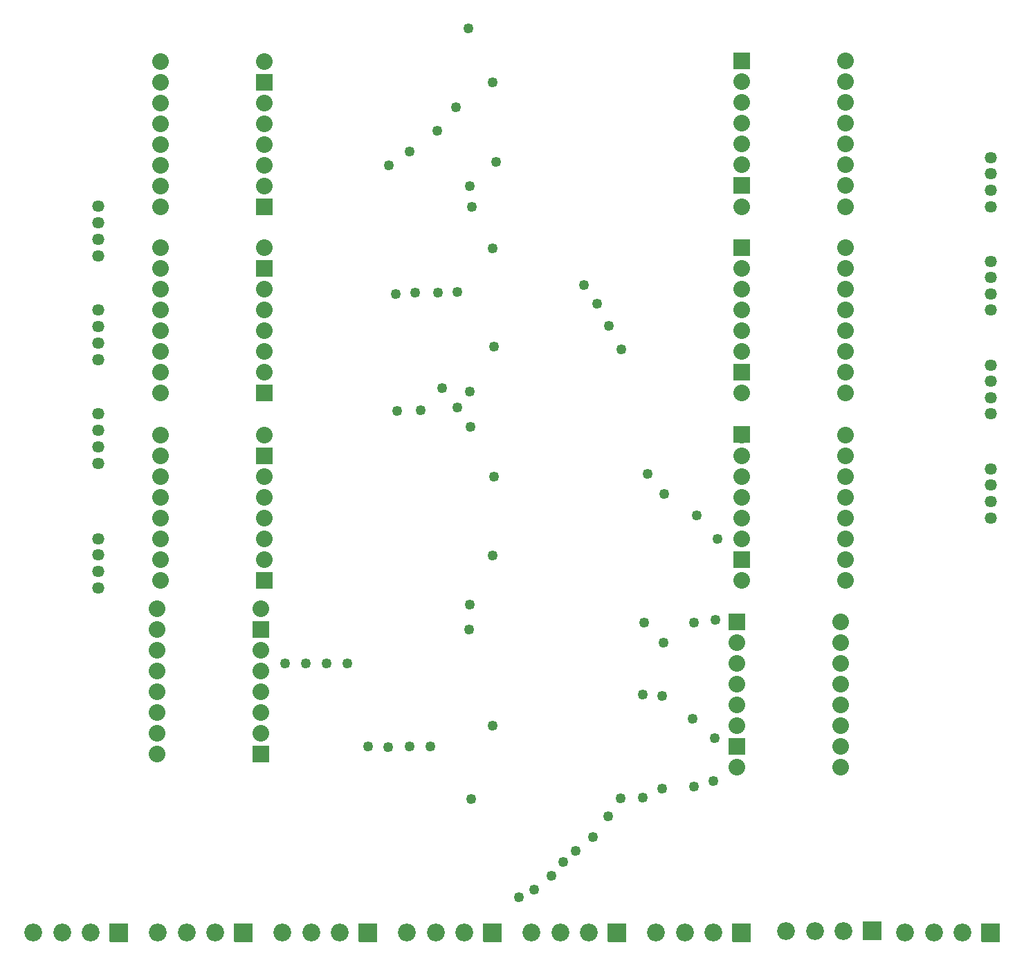
<source format=gts>
G04 MADE WITH FRITZING*
G04 WWW.FRITZING.ORG*
G04 DOUBLE SIDED*
G04 HOLES PLATED*
G04 CONTOUR ON CENTER OF CONTOUR VECTOR*
%ASAXBY*%
%FSLAX23Y23*%
%MOIN*%
%OFA0B0*%
%SFA1.0B1.0*%
%ADD10C,0.057559*%
%ADD11C,0.086139*%
%ADD12C,0.080000*%
%ADD13C,0.049370*%
%ADD14R,0.080000X0.080000*%
%ADD15R,0.001000X0.001000*%
%LNMASK1*%
G90*
G70*
G54D10*
X453Y4094D03*
X453Y4015D03*
X453Y3936D03*
X453Y3857D03*
X453Y4094D03*
X453Y4015D03*
X453Y3936D03*
X453Y3857D03*
X453Y4094D03*
X453Y4015D03*
X453Y3936D03*
X453Y3857D03*
G54D11*
X2353Y594D03*
X2216Y594D03*
X2078Y594D03*
X1940Y594D03*
X2353Y594D03*
X2216Y594D03*
X2078Y594D03*
X1940Y594D03*
G54D12*
X753Y3894D03*
X1253Y3894D03*
X753Y3794D03*
X1253Y3794D03*
X753Y3694D03*
X1253Y3694D03*
X753Y3594D03*
X1253Y3594D03*
X753Y3494D03*
X1253Y3494D03*
X753Y3394D03*
X1253Y3394D03*
X753Y3294D03*
X1253Y3294D03*
X753Y3194D03*
X1253Y3194D03*
G54D10*
X453Y3594D03*
X453Y3515D03*
X453Y3436D03*
X453Y3357D03*
X453Y3594D03*
X453Y3515D03*
X453Y3436D03*
X453Y3357D03*
X453Y3594D03*
X453Y3515D03*
X453Y3436D03*
X453Y3357D03*
G54D11*
X1753Y594D03*
X1616Y594D03*
X1478Y594D03*
X1340Y594D03*
X1753Y594D03*
X1616Y594D03*
X1478Y594D03*
X1340Y594D03*
G54D12*
X4053Y3194D03*
X3553Y3194D03*
X4053Y3294D03*
X3553Y3294D03*
X4053Y3394D03*
X3553Y3394D03*
X4053Y3494D03*
X3553Y3494D03*
X4053Y3594D03*
X3553Y3594D03*
X4053Y3694D03*
X3553Y3694D03*
X4053Y3794D03*
X3553Y3794D03*
X4053Y3894D03*
X3553Y3894D03*
X4053Y4093D03*
X3553Y4093D03*
X4053Y4194D03*
X3553Y4194D03*
X4053Y4294D03*
X3553Y4294D03*
X4053Y4394D03*
X3553Y4394D03*
X4053Y4494D03*
X3553Y4494D03*
X4053Y4594D03*
X3553Y4594D03*
X4053Y4694D03*
X3553Y4694D03*
X4053Y4794D03*
X3553Y4794D03*
G54D10*
X4753Y4093D03*
X4753Y4172D03*
X4753Y4251D03*
X4753Y4330D03*
X4753Y4093D03*
X4753Y4172D03*
X4753Y4251D03*
X4753Y4330D03*
X4753Y4093D03*
X4753Y4172D03*
X4753Y4251D03*
X4753Y4330D03*
X4753Y3594D03*
X4753Y3672D03*
X4753Y3751D03*
X4753Y3830D03*
X4753Y3594D03*
X4753Y3672D03*
X4753Y3751D03*
X4753Y3830D03*
X4753Y3594D03*
X4753Y3672D03*
X4753Y3751D03*
X4753Y3830D03*
G54D11*
X2953Y594D03*
X2816Y594D03*
X2678Y594D03*
X2540Y594D03*
X2953Y594D03*
X2816Y594D03*
X2678Y594D03*
X2540Y594D03*
X3553Y594D03*
X3416Y594D03*
X3278Y594D03*
X3140Y594D03*
X3553Y594D03*
X3416Y594D03*
X3278Y594D03*
X3140Y594D03*
G54D12*
X735Y2156D03*
X1235Y2156D03*
X735Y2056D03*
X1235Y2056D03*
X735Y1956D03*
X1235Y1956D03*
X735Y1856D03*
X1235Y1856D03*
X735Y1756D03*
X1235Y1756D03*
X735Y1656D03*
X1235Y1656D03*
X735Y1556D03*
X1235Y1556D03*
X735Y1456D03*
X1235Y1456D03*
X4031Y1393D03*
X3531Y1393D03*
X4031Y1493D03*
X3531Y1493D03*
X4031Y1593D03*
X3531Y1593D03*
X4031Y1693D03*
X3531Y1693D03*
X4031Y1793D03*
X3531Y1793D03*
X4031Y1893D03*
X3531Y1893D03*
X4031Y1993D03*
X3531Y1993D03*
X4031Y2093D03*
X3531Y2093D03*
X4053Y2293D03*
X3553Y2293D03*
X4053Y2393D03*
X3553Y2393D03*
X4053Y2493D03*
X3553Y2493D03*
X4053Y2593D03*
X3553Y2593D03*
X4053Y2693D03*
X3553Y2693D03*
X4053Y2793D03*
X3553Y2793D03*
X4053Y2893D03*
X3553Y2893D03*
X4053Y2993D03*
X3553Y2993D03*
X753Y2993D03*
X1253Y2993D03*
X753Y2893D03*
X1253Y2893D03*
X753Y2793D03*
X1253Y2793D03*
X753Y2693D03*
X1253Y2693D03*
X753Y2593D03*
X1253Y2593D03*
X753Y2493D03*
X1253Y2493D03*
X753Y2393D03*
X1253Y2393D03*
X753Y2293D03*
X1253Y2293D03*
G54D10*
X453Y3094D03*
X453Y3015D03*
X453Y2936D03*
X453Y2857D03*
X453Y3094D03*
X453Y3015D03*
X453Y2936D03*
X453Y2857D03*
X453Y3094D03*
X453Y3015D03*
X453Y2936D03*
X453Y2857D03*
X453Y2493D03*
X453Y2415D03*
X453Y2336D03*
X453Y2257D03*
X453Y2493D03*
X453Y2415D03*
X453Y2336D03*
X453Y2257D03*
X453Y2493D03*
X453Y2415D03*
X453Y2336D03*
X453Y2257D03*
X4753Y3094D03*
X4753Y3172D03*
X4753Y3251D03*
X4753Y3330D03*
X4753Y3094D03*
X4753Y3172D03*
X4753Y3251D03*
X4753Y3330D03*
X4753Y3094D03*
X4753Y3172D03*
X4753Y3251D03*
X4753Y3330D03*
X4753Y2593D03*
X4753Y2672D03*
X4753Y2751D03*
X4753Y2830D03*
X4753Y2593D03*
X4753Y2672D03*
X4753Y2751D03*
X4753Y2830D03*
X4753Y2593D03*
X4753Y2672D03*
X4753Y2751D03*
X4753Y2830D03*
G54D11*
X4753Y594D03*
X4616Y594D03*
X4478Y594D03*
X4340Y594D03*
X4753Y594D03*
X4616Y594D03*
X4478Y594D03*
X4340Y594D03*
X1153Y594D03*
X1016Y594D03*
X878Y594D03*
X740Y594D03*
X1153Y594D03*
X1016Y594D03*
X878Y594D03*
X740Y594D03*
X553Y594D03*
X416Y594D03*
X278Y594D03*
X140Y594D03*
X553Y594D03*
X416Y594D03*
X278Y594D03*
X140Y594D03*
X4181Y601D03*
X4043Y601D03*
X3905Y601D03*
X3767Y601D03*
X4181Y601D03*
X4043Y601D03*
X3905Y601D03*
X3767Y601D03*
G54D12*
X753Y4793D03*
X1253Y4793D03*
X753Y4693D03*
X1253Y4693D03*
X753Y4593D03*
X1253Y4593D03*
X753Y4493D03*
X1253Y4493D03*
X753Y4393D03*
X1253Y4393D03*
X753Y4293D03*
X1253Y4293D03*
X753Y4193D03*
X1253Y4193D03*
X753Y4093D03*
X1253Y4093D03*
G54D13*
X1353Y1893D03*
X1453Y1893D03*
X1553Y1893D03*
X1653Y1893D03*
X2253Y4093D03*
X2353Y3893D03*
X2235Y4953D03*
X2353Y4693D03*
X2242Y4193D03*
X2368Y4308D03*
X2361Y3419D03*
X2242Y3201D03*
X2246Y3031D03*
X2361Y2793D03*
X2242Y2175D03*
X2353Y2412D03*
X2240Y2055D03*
X2353Y1593D03*
X2250Y1238D03*
X1753Y1493D03*
X1850Y1490D03*
X1953Y1493D03*
X2053Y1493D03*
X1853Y4293D03*
X1953Y4360D03*
X2087Y4460D03*
X2176Y4571D03*
X1887Y3671D03*
X1979Y3679D03*
X2090Y3679D03*
X2183Y3682D03*
X1894Y3108D03*
X2005Y3112D03*
X2109Y3219D03*
X2183Y3127D03*
X3101Y2805D03*
X3083Y2090D03*
X3179Y2708D03*
X3176Y1993D03*
X3324Y2090D03*
X3335Y2606D03*
X3437Y2491D03*
X3427Y2101D03*
X2972Y3405D03*
X2913Y3518D03*
X2857Y3625D03*
X2794Y3714D03*
X2970Y1242D03*
X3423Y1532D03*
X3416Y1324D03*
X3316Y1627D03*
X3322Y1300D03*
X2909Y1155D03*
X2837Y1056D03*
X2753Y988D03*
X2694Y934D03*
X2635Y868D03*
X2553Y801D03*
X2479Y764D03*
X3168Y1734D03*
X3168Y1290D03*
X3076Y1742D03*
X3076Y1245D03*
G54D14*
X1253Y3194D03*
X1253Y3794D03*
X3553Y3894D03*
X3553Y3294D03*
X3553Y4794D03*
X3553Y4194D03*
X1235Y1456D03*
X1235Y2056D03*
X3531Y2093D03*
X3531Y1493D03*
X3553Y2994D03*
X3553Y2393D03*
X1253Y2293D03*
X1253Y2893D03*
X1253Y4093D03*
X1253Y4693D03*
G54D15*
X4136Y647D02*
X4225Y647D01*
X4136Y646D02*
X4225Y646D01*
X4136Y645D02*
X4225Y645D01*
X4136Y644D02*
X4225Y644D01*
X4136Y643D02*
X4225Y643D01*
X4136Y642D02*
X4225Y642D01*
X4136Y641D02*
X4225Y641D01*
X4136Y640D02*
X4225Y640D01*
X508Y639D02*
X597Y639D01*
X1108Y639D02*
X1197Y639D01*
X1708Y639D02*
X1797Y639D01*
X2308Y639D02*
X2397Y639D01*
X2908Y639D02*
X2997Y639D01*
X3508Y639D02*
X3597Y639D01*
X4136Y639D02*
X4225Y639D01*
X4708Y639D02*
X4797Y639D01*
X508Y638D02*
X597Y638D01*
X1108Y638D02*
X1197Y638D01*
X1708Y638D02*
X1797Y638D01*
X2308Y638D02*
X2397Y638D01*
X2908Y638D02*
X2997Y638D01*
X3508Y638D02*
X3597Y638D01*
X4136Y638D02*
X4225Y638D01*
X4708Y638D02*
X4797Y638D01*
X508Y637D02*
X597Y637D01*
X1108Y637D02*
X1197Y637D01*
X1708Y637D02*
X1797Y637D01*
X2308Y637D02*
X2397Y637D01*
X2908Y637D02*
X2997Y637D01*
X3508Y637D02*
X3597Y637D01*
X4136Y637D02*
X4225Y637D01*
X4708Y637D02*
X4797Y637D01*
X508Y636D02*
X597Y636D01*
X1108Y636D02*
X1197Y636D01*
X1708Y636D02*
X1797Y636D01*
X2308Y636D02*
X2397Y636D01*
X2908Y636D02*
X2997Y636D01*
X3508Y636D02*
X3597Y636D01*
X4136Y636D02*
X4225Y636D01*
X4708Y636D02*
X4797Y636D01*
X508Y635D02*
X597Y635D01*
X1108Y635D02*
X1197Y635D01*
X1708Y635D02*
X1797Y635D01*
X2308Y635D02*
X2397Y635D01*
X2908Y635D02*
X2997Y635D01*
X3508Y635D02*
X3597Y635D01*
X4136Y635D02*
X4225Y635D01*
X4708Y635D02*
X4797Y635D01*
X508Y634D02*
X597Y634D01*
X1108Y634D02*
X1197Y634D01*
X1708Y634D02*
X1797Y634D01*
X2308Y634D02*
X2397Y634D01*
X2908Y634D02*
X2997Y634D01*
X3508Y634D02*
X3597Y634D01*
X4136Y634D02*
X4225Y634D01*
X4708Y634D02*
X4797Y634D01*
X508Y633D02*
X597Y633D01*
X1108Y633D02*
X1197Y633D01*
X1708Y633D02*
X1797Y633D01*
X2308Y633D02*
X2397Y633D01*
X2908Y633D02*
X2997Y633D01*
X3508Y633D02*
X3597Y633D01*
X4136Y633D02*
X4225Y633D01*
X4708Y633D02*
X4797Y633D01*
X508Y632D02*
X597Y632D01*
X1108Y632D02*
X1197Y632D01*
X1708Y632D02*
X1797Y632D01*
X2308Y632D02*
X2397Y632D01*
X2908Y632D02*
X2997Y632D01*
X3508Y632D02*
X3597Y632D01*
X4136Y632D02*
X4225Y632D01*
X4708Y632D02*
X4797Y632D01*
X508Y631D02*
X597Y631D01*
X1108Y631D02*
X1197Y631D01*
X1708Y631D02*
X1797Y631D01*
X2308Y631D02*
X2397Y631D01*
X2908Y631D02*
X2997Y631D01*
X3508Y631D02*
X3597Y631D01*
X4136Y631D02*
X4225Y631D01*
X4708Y631D02*
X4797Y631D01*
X508Y630D02*
X597Y630D01*
X1108Y630D02*
X1197Y630D01*
X1708Y630D02*
X1797Y630D01*
X2308Y630D02*
X2397Y630D01*
X2908Y630D02*
X2997Y630D01*
X3508Y630D02*
X3597Y630D01*
X4136Y630D02*
X4225Y630D01*
X4708Y630D02*
X4797Y630D01*
X508Y629D02*
X597Y629D01*
X1108Y629D02*
X1197Y629D01*
X1708Y629D02*
X1797Y629D01*
X2308Y629D02*
X2397Y629D01*
X2908Y629D02*
X2997Y629D01*
X3508Y629D02*
X3597Y629D01*
X4136Y629D02*
X4225Y629D01*
X4708Y629D02*
X4797Y629D01*
X508Y628D02*
X597Y628D01*
X1108Y628D02*
X1197Y628D01*
X1708Y628D02*
X1797Y628D01*
X2308Y628D02*
X2397Y628D01*
X2908Y628D02*
X2997Y628D01*
X3508Y628D02*
X3597Y628D01*
X4136Y628D02*
X4225Y628D01*
X4708Y628D02*
X4797Y628D01*
X508Y627D02*
X597Y627D01*
X1108Y627D02*
X1197Y627D01*
X1708Y627D02*
X1797Y627D01*
X2308Y627D02*
X2397Y627D01*
X2908Y627D02*
X2997Y627D01*
X3508Y627D02*
X3597Y627D01*
X4136Y627D02*
X4225Y627D01*
X4708Y627D02*
X4797Y627D01*
X508Y626D02*
X597Y626D01*
X1108Y626D02*
X1197Y626D01*
X1708Y626D02*
X1797Y626D01*
X2308Y626D02*
X2397Y626D01*
X2908Y626D02*
X2997Y626D01*
X3508Y626D02*
X3597Y626D01*
X4136Y626D02*
X4225Y626D01*
X4708Y626D02*
X4797Y626D01*
X508Y625D02*
X597Y625D01*
X1108Y625D02*
X1197Y625D01*
X1708Y625D02*
X1797Y625D01*
X2308Y625D02*
X2397Y625D01*
X2908Y625D02*
X2997Y625D01*
X3508Y625D02*
X3597Y625D01*
X4136Y625D02*
X4225Y625D01*
X4708Y625D02*
X4797Y625D01*
X508Y624D02*
X597Y624D01*
X1108Y624D02*
X1197Y624D01*
X1708Y624D02*
X1797Y624D01*
X2308Y624D02*
X2397Y624D01*
X2908Y624D02*
X2997Y624D01*
X3508Y624D02*
X3597Y624D01*
X4136Y624D02*
X4225Y624D01*
X4708Y624D02*
X4797Y624D01*
X508Y623D02*
X597Y623D01*
X1108Y623D02*
X1197Y623D01*
X1708Y623D02*
X1797Y623D01*
X2308Y623D02*
X2397Y623D01*
X2908Y623D02*
X2997Y623D01*
X3508Y623D02*
X3597Y623D01*
X4136Y623D02*
X4225Y623D01*
X4708Y623D02*
X4797Y623D01*
X508Y622D02*
X597Y622D01*
X1108Y622D02*
X1197Y622D01*
X1708Y622D02*
X1797Y622D01*
X2308Y622D02*
X2397Y622D01*
X2908Y622D02*
X2997Y622D01*
X3508Y622D02*
X3597Y622D01*
X4136Y622D02*
X4225Y622D01*
X4708Y622D02*
X4797Y622D01*
X508Y621D02*
X597Y621D01*
X1108Y621D02*
X1197Y621D01*
X1708Y621D02*
X1797Y621D01*
X2308Y621D02*
X2397Y621D01*
X2908Y621D02*
X2997Y621D01*
X3508Y621D02*
X3597Y621D01*
X4136Y621D02*
X4176Y621D01*
X4185Y621D02*
X4225Y621D01*
X4708Y621D02*
X4797Y621D01*
X508Y620D02*
X597Y620D01*
X1108Y620D02*
X1197Y620D01*
X1708Y620D02*
X1797Y620D01*
X2308Y620D02*
X2397Y620D01*
X2908Y620D02*
X2997Y620D01*
X3508Y620D02*
X3597Y620D01*
X4136Y620D02*
X4172Y620D01*
X4188Y620D02*
X4225Y620D01*
X4708Y620D02*
X4797Y620D01*
X508Y619D02*
X597Y619D01*
X1108Y619D02*
X1197Y619D01*
X1708Y619D02*
X1797Y619D01*
X2308Y619D02*
X2397Y619D01*
X2908Y619D02*
X2997Y619D01*
X3508Y619D02*
X3597Y619D01*
X4136Y619D02*
X4171Y619D01*
X4190Y619D02*
X4225Y619D01*
X4708Y619D02*
X4797Y619D01*
X508Y618D02*
X597Y618D01*
X1108Y618D02*
X1197Y618D01*
X1708Y618D02*
X1797Y618D01*
X2308Y618D02*
X2397Y618D01*
X2908Y618D02*
X2997Y618D01*
X3508Y618D02*
X3597Y618D01*
X4136Y618D02*
X4169Y618D01*
X4191Y618D02*
X4225Y618D01*
X4708Y618D02*
X4797Y618D01*
X508Y617D02*
X597Y617D01*
X1108Y617D02*
X1197Y617D01*
X1708Y617D02*
X1797Y617D01*
X2308Y617D02*
X2397Y617D01*
X2908Y617D02*
X2997Y617D01*
X3508Y617D02*
X3597Y617D01*
X4136Y617D02*
X4168Y617D01*
X4193Y617D02*
X4225Y617D01*
X4708Y617D02*
X4797Y617D01*
X508Y616D02*
X597Y616D01*
X1108Y616D02*
X1197Y616D01*
X1708Y616D02*
X1797Y616D01*
X2308Y616D02*
X2397Y616D01*
X2908Y616D02*
X2997Y616D01*
X3508Y616D02*
X3597Y616D01*
X4136Y616D02*
X4167Y616D01*
X4194Y616D02*
X4225Y616D01*
X4708Y616D02*
X4797Y616D01*
X508Y615D02*
X597Y615D01*
X1108Y615D02*
X1197Y615D01*
X1708Y615D02*
X1797Y615D01*
X2308Y615D02*
X2397Y615D01*
X2908Y615D02*
X2997Y615D01*
X3508Y615D02*
X3597Y615D01*
X4136Y615D02*
X4166Y615D01*
X4195Y615D02*
X4225Y615D01*
X4708Y615D02*
X4797Y615D01*
X508Y614D02*
X597Y614D01*
X1108Y614D02*
X1197Y614D01*
X1708Y614D02*
X1797Y614D01*
X2308Y614D02*
X2397Y614D01*
X2908Y614D02*
X2997Y614D01*
X3508Y614D02*
X3597Y614D01*
X4136Y614D02*
X4165Y614D01*
X4195Y614D02*
X4225Y614D01*
X4708Y614D02*
X4797Y614D01*
X508Y613D02*
X548Y613D01*
X558Y613D02*
X597Y613D01*
X1108Y613D02*
X1148Y613D01*
X1158Y613D02*
X1197Y613D01*
X1708Y613D02*
X1748Y613D01*
X1758Y613D02*
X1797Y613D01*
X2308Y613D02*
X2348Y613D01*
X2358Y613D02*
X2397Y613D01*
X2908Y613D02*
X2948Y613D01*
X2958Y613D02*
X2997Y613D01*
X3508Y613D02*
X3548Y613D01*
X3558Y613D02*
X3597Y613D01*
X4136Y613D02*
X4164Y613D01*
X4196Y613D02*
X4225Y613D01*
X4708Y613D02*
X4748Y613D01*
X4758Y613D02*
X4797Y613D01*
X508Y612D02*
X545Y612D01*
X561Y612D02*
X597Y612D01*
X1108Y612D02*
X1145Y612D01*
X1161Y612D02*
X1197Y612D01*
X1708Y612D02*
X1745Y612D01*
X1761Y612D02*
X1797Y612D01*
X2308Y612D02*
X2345Y612D01*
X2361Y612D02*
X2397Y612D01*
X2908Y612D02*
X2945Y612D01*
X2961Y612D02*
X2997Y612D01*
X3508Y612D02*
X3545Y612D01*
X3561Y612D02*
X3597Y612D01*
X4136Y612D02*
X4163Y612D01*
X4197Y612D02*
X4225Y612D01*
X4708Y612D02*
X4745Y612D01*
X4761Y612D02*
X4797Y612D01*
X508Y611D02*
X543Y611D01*
X563Y611D02*
X597Y611D01*
X1108Y611D02*
X1143Y611D01*
X1163Y611D02*
X1197Y611D01*
X1708Y611D02*
X1743Y611D01*
X1763Y611D02*
X1797Y611D01*
X2308Y611D02*
X2343Y611D01*
X2363Y611D02*
X2397Y611D01*
X2908Y611D02*
X2943Y611D01*
X2963Y611D02*
X2997Y611D01*
X3508Y611D02*
X3543Y611D01*
X3563Y611D02*
X3597Y611D01*
X4136Y611D02*
X4163Y611D01*
X4197Y611D02*
X4225Y611D01*
X4708Y611D02*
X4743Y611D01*
X4763Y611D02*
X4797Y611D01*
X508Y610D02*
X541Y610D01*
X564Y610D02*
X597Y610D01*
X1108Y610D02*
X1141Y610D01*
X1164Y610D02*
X1197Y610D01*
X1708Y610D02*
X1741Y610D01*
X1764Y610D02*
X1797Y610D01*
X2308Y610D02*
X2341Y610D01*
X2364Y610D02*
X2397Y610D01*
X2908Y610D02*
X2941Y610D01*
X2964Y610D02*
X2997Y610D01*
X3508Y610D02*
X3541Y610D01*
X3564Y610D02*
X3597Y610D01*
X4136Y610D02*
X4162Y610D01*
X4198Y610D02*
X4225Y610D01*
X4708Y610D02*
X4741Y610D01*
X4764Y610D02*
X4797Y610D01*
X508Y609D02*
X540Y609D01*
X565Y609D02*
X597Y609D01*
X1108Y609D02*
X1140Y609D01*
X1165Y609D02*
X1197Y609D01*
X1708Y609D02*
X1740Y609D01*
X1765Y609D02*
X1797Y609D01*
X2308Y609D02*
X2340Y609D01*
X2365Y609D02*
X2397Y609D01*
X2908Y609D02*
X2940Y609D01*
X2965Y609D02*
X2997Y609D01*
X3508Y609D02*
X3540Y609D01*
X3565Y609D02*
X3597Y609D01*
X4136Y609D02*
X4162Y609D01*
X4198Y609D02*
X4225Y609D01*
X4708Y609D02*
X4740Y609D01*
X4765Y609D02*
X4797Y609D01*
X508Y608D02*
X539Y608D01*
X567Y608D02*
X597Y608D01*
X1108Y608D02*
X1139Y608D01*
X1167Y608D02*
X1197Y608D01*
X1708Y608D02*
X1739Y608D01*
X1767Y608D02*
X1797Y608D01*
X2308Y608D02*
X2339Y608D01*
X2367Y608D02*
X2397Y608D01*
X2908Y608D02*
X2939Y608D01*
X2967Y608D02*
X2997Y608D01*
X3508Y608D02*
X3539Y608D01*
X3567Y608D02*
X3597Y608D01*
X4136Y608D02*
X4162Y608D01*
X4199Y608D02*
X4225Y608D01*
X4708Y608D02*
X4739Y608D01*
X4766Y608D02*
X4797Y608D01*
X508Y607D02*
X538Y607D01*
X567Y607D02*
X597Y607D01*
X1108Y607D02*
X1138Y607D01*
X1167Y607D02*
X1197Y607D01*
X1708Y607D02*
X1738Y607D01*
X1767Y607D02*
X1797Y607D01*
X2308Y607D02*
X2338Y607D01*
X2367Y607D02*
X2397Y607D01*
X2908Y607D02*
X2938Y607D01*
X2967Y607D02*
X2997Y607D01*
X3508Y607D02*
X3538Y607D01*
X3567Y607D02*
X3597Y607D01*
X4136Y607D02*
X4161Y607D01*
X4199Y607D02*
X4225Y607D01*
X4708Y607D02*
X4738Y607D01*
X4767Y607D02*
X4797Y607D01*
X508Y606D02*
X537Y606D01*
X568Y606D02*
X597Y606D01*
X1108Y606D02*
X1137Y606D01*
X1168Y606D02*
X1197Y606D01*
X1708Y606D02*
X1737Y606D01*
X1768Y606D02*
X1797Y606D01*
X2308Y606D02*
X2337Y606D01*
X2368Y606D02*
X2397Y606D01*
X2908Y606D02*
X2937Y606D01*
X2968Y606D02*
X2997Y606D01*
X3508Y606D02*
X3537Y606D01*
X3568Y606D02*
X3597Y606D01*
X4136Y606D02*
X4161Y606D01*
X4199Y606D02*
X4225Y606D01*
X4708Y606D02*
X4737Y606D01*
X4768Y606D02*
X4797Y606D01*
X508Y605D02*
X537Y605D01*
X569Y605D02*
X597Y605D01*
X1108Y605D02*
X1137Y605D01*
X1169Y605D02*
X1197Y605D01*
X1708Y605D02*
X1737Y605D01*
X1769Y605D02*
X1797Y605D01*
X2308Y605D02*
X2337Y605D01*
X2369Y605D02*
X2397Y605D01*
X2908Y605D02*
X2937Y605D01*
X2969Y605D02*
X2997Y605D01*
X3508Y605D02*
X3537Y605D01*
X3569Y605D02*
X3597Y605D01*
X4136Y605D02*
X4161Y605D01*
X4199Y605D02*
X4225Y605D01*
X4708Y605D02*
X4737Y605D01*
X4769Y605D02*
X4797Y605D01*
X508Y604D02*
X536Y604D01*
X570Y604D02*
X597Y604D01*
X1108Y604D02*
X1136Y604D01*
X1170Y604D02*
X1197Y604D01*
X1708Y604D02*
X1736Y604D01*
X1770Y604D02*
X1797Y604D01*
X2308Y604D02*
X2336Y604D01*
X2370Y604D02*
X2397Y604D01*
X2908Y604D02*
X2936Y604D01*
X2970Y604D02*
X2997Y604D01*
X3508Y604D02*
X3536Y604D01*
X3570Y604D02*
X3597Y604D01*
X4136Y604D02*
X4161Y604D01*
X4199Y604D02*
X4225Y604D01*
X4708Y604D02*
X4736Y604D01*
X4770Y604D02*
X4797Y604D01*
X508Y603D02*
X536Y603D01*
X570Y603D02*
X597Y603D01*
X1108Y603D02*
X1136Y603D01*
X1170Y603D02*
X1197Y603D01*
X1708Y603D02*
X1736Y603D01*
X1770Y603D02*
X1797Y603D01*
X2308Y603D02*
X2336Y603D01*
X2370Y603D02*
X2397Y603D01*
X2908Y603D02*
X2935Y603D01*
X2970Y603D02*
X2997Y603D01*
X3508Y603D02*
X3535Y603D01*
X3570Y603D02*
X3597Y603D01*
X4136Y603D02*
X4161Y603D01*
X4199Y603D02*
X4225Y603D01*
X4708Y603D02*
X4735Y603D01*
X4770Y603D02*
X4797Y603D01*
X508Y602D02*
X535Y602D01*
X571Y602D02*
X597Y602D01*
X1108Y602D02*
X1135Y602D01*
X1171Y602D02*
X1197Y602D01*
X1708Y602D02*
X1735Y602D01*
X1771Y602D02*
X1797Y602D01*
X2308Y602D02*
X2335Y602D01*
X2371Y602D02*
X2397Y602D01*
X2908Y602D02*
X2935Y602D01*
X2971Y602D02*
X2997Y602D01*
X3508Y602D02*
X3535Y602D01*
X3571Y602D02*
X3597Y602D01*
X4136Y602D02*
X4161Y602D01*
X4199Y602D02*
X4225Y602D01*
X4708Y602D02*
X4735Y602D01*
X4771Y602D02*
X4797Y602D01*
X508Y601D02*
X535Y601D01*
X571Y601D02*
X597Y601D01*
X1108Y601D02*
X1135Y601D01*
X1171Y601D02*
X1197Y601D01*
X1708Y601D02*
X1735Y601D01*
X1771Y601D02*
X1797Y601D01*
X2308Y601D02*
X2335Y601D01*
X2371Y601D02*
X2397Y601D01*
X2908Y601D02*
X2935Y601D01*
X2971Y601D02*
X2997Y601D01*
X3508Y601D02*
X3535Y601D01*
X3571Y601D02*
X3597Y601D01*
X4136Y601D02*
X4161Y601D01*
X4199Y601D02*
X4225Y601D01*
X4708Y601D02*
X4735Y601D01*
X4771Y601D02*
X4797Y601D01*
X508Y600D02*
X534Y600D01*
X571Y600D02*
X597Y600D01*
X1108Y600D02*
X1134Y600D01*
X1171Y600D02*
X1197Y600D01*
X1708Y600D02*
X1734Y600D01*
X1771Y600D02*
X1797Y600D01*
X2308Y600D02*
X2334Y600D01*
X2371Y600D02*
X2397Y600D01*
X2908Y600D02*
X2934Y600D01*
X2971Y600D02*
X2997Y600D01*
X3508Y600D02*
X3534Y600D01*
X3571Y600D02*
X3597Y600D01*
X4136Y600D02*
X4161Y600D01*
X4199Y600D02*
X4225Y600D01*
X4708Y600D02*
X4734Y600D01*
X4771Y600D02*
X4797Y600D01*
X508Y599D02*
X534Y599D01*
X572Y599D02*
X597Y599D01*
X1108Y599D02*
X1134Y599D01*
X1172Y599D02*
X1197Y599D01*
X1708Y599D02*
X1734Y599D01*
X1772Y599D02*
X1797Y599D01*
X2308Y599D02*
X2334Y599D01*
X2372Y599D02*
X2397Y599D01*
X2908Y599D02*
X2934Y599D01*
X2972Y599D02*
X2997Y599D01*
X3508Y599D02*
X3534Y599D01*
X3571Y599D02*
X3597Y599D01*
X4136Y599D02*
X4161Y599D01*
X4199Y599D02*
X4225Y599D01*
X4708Y599D02*
X4734Y599D01*
X4771Y599D02*
X4797Y599D01*
X508Y598D02*
X534Y598D01*
X572Y598D02*
X597Y598D01*
X1108Y598D02*
X1134Y598D01*
X1172Y598D02*
X1197Y598D01*
X1708Y598D02*
X1734Y598D01*
X1772Y598D02*
X1797Y598D01*
X2308Y598D02*
X2334Y598D01*
X2372Y598D02*
X2397Y598D01*
X2908Y598D02*
X2934Y598D01*
X2972Y598D02*
X2997Y598D01*
X3508Y598D02*
X3534Y598D01*
X3572Y598D02*
X3597Y598D01*
X4136Y598D02*
X4162Y598D01*
X4199Y598D02*
X4225Y598D01*
X4708Y598D02*
X4734Y598D01*
X4772Y598D02*
X4797Y598D01*
X508Y597D02*
X534Y597D01*
X572Y597D02*
X597Y597D01*
X1108Y597D02*
X1134Y597D01*
X1172Y597D02*
X1197Y597D01*
X1708Y597D02*
X1734Y597D01*
X1772Y597D02*
X1797Y597D01*
X2308Y597D02*
X2334Y597D01*
X2372Y597D02*
X2397Y597D01*
X2908Y597D02*
X2934Y597D01*
X2972Y597D02*
X2997Y597D01*
X3508Y597D02*
X3534Y597D01*
X3572Y597D02*
X3597Y597D01*
X4136Y597D02*
X4162Y597D01*
X4198Y597D02*
X4225Y597D01*
X4708Y597D02*
X4734Y597D01*
X4772Y597D02*
X4797Y597D01*
X508Y596D02*
X534Y596D01*
X572Y596D02*
X597Y596D01*
X1108Y596D02*
X1134Y596D01*
X1172Y596D02*
X1197Y596D01*
X1708Y596D02*
X1734Y596D01*
X1772Y596D02*
X1797Y596D01*
X2308Y596D02*
X2334Y596D01*
X2372Y596D02*
X2397Y596D01*
X2908Y596D02*
X2934Y596D01*
X2972Y596D02*
X2997Y596D01*
X3508Y596D02*
X3534Y596D01*
X3572Y596D02*
X3597Y596D01*
X4136Y596D02*
X4162Y596D01*
X4198Y596D02*
X4225Y596D01*
X4708Y596D02*
X4734Y596D01*
X4772Y596D02*
X4797Y596D01*
X508Y595D02*
X534Y595D01*
X572Y595D02*
X597Y595D01*
X1108Y595D02*
X1134Y595D01*
X1172Y595D02*
X1197Y595D01*
X1708Y595D02*
X1734Y595D01*
X1772Y595D02*
X1797Y595D01*
X2308Y595D02*
X2334Y595D01*
X2372Y595D02*
X2397Y595D01*
X2908Y595D02*
X2934Y595D01*
X2972Y595D02*
X2997Y595D01*
X3508Y595D02*
X3534Y595D01*
X3572Y595D02*
X3597Y595D01*
X4136Y595D02*
X4163Y595D01*
X4198Y595D02*
X4225Y595D01*
X4708Y595D02*
X4734Y595D01*
X4772Y595D02*
X4797Y595D01*
X508Y594D02*
X534Y594D01*
X572Y594D02*
X597Y594D01*
X1108Y594D02*
X1134Y594D01*
X1172Y594D02*
X1197Y594D01*
X1708Y594D02*
X1734Y594D01*
X1772Y594D02*
X1797Y594D01*
X2308Y594D02*
X2334Y594D01*
X2372Y594D02*
X2397Y594D01*
X2908Y594D02*
X2934Y594D01*
X2972Y594D02*
X2997Y594D01*
X3508Y594D02*
X3534Y594D01*
X3572Y594D02*
X3597Y594D01*
X4136Y594D02*
X4163Y594D01*
X4197Y594D02*
X4225Y594D01*
X4708Y594D02*
X4734Y594D01*
X4772Y594D02*
X4797Y594D01*
X508Y593D02*
X534Y593D01*
X572Y593D02*
X597Y593D01*
X1108Y593D02*
X1134Y593D01*
X1172Y593D02*
X1197Y593D01*
X1708Y593D02*
X1734Y593D01*
X1772Y593D02*
X1797Y593D01*
X2308Y593D02*
X2334Y593D01*
X2372Y593D02*
X2397Y593D01*
X2908Y593D02*
X2934Y593D01*
X2972Y593D02*
X2997Y593D01*
X3508Y593D02*
X3534Y593D01*
X3572Y593D02*
X3597Y593D01*
X4136Y593D02*
X4164Y593D01*
X4197Y593D02*
X4225Y593D01*
X4708Y593D02*
X4734Y593D01*
X4772Y593D02*
X4797Y593D01*
X508Y592D02*
X534Y592D01*
X572Y592D02*
X597Y592D01*
X1108Y592D02*
X1134Y592D01*
X1172Y592D02*
X1197Y592D01*
X1708Y592D02*
X1734Y592D01*
X1772Y592D02*
X1797Y592D01*
X2308Y592D02*
X2334Y592D01*
X2372Y592D02*
X2397Y592D01*
X2908Y592D02*
X2934Y592D01*
X2972Y592D02*
X2997Y592D01*
X3508Y592D02*
X3534Y592D01*
X3572Y592D02*
X3597Y592D01*
X4136Y592D02*
X4164Y592D01*
X4196Y592D02*
X4225Y592D01*
X4708Y592D02*
X4734Y592D01*
X4772Y592D02*
X4797Y592D01*
X508Y591D02*
X534Y591D01*
X572Y591D02*
X597Y591D01*
X1108Y591D02*
X1134Y591D01*
X1172Y591D02*
X1197Y591D01*
X1708Y591D02*
X1734Y591D01*
X1772Y591D02*
X1797Y591D01*
X2308Y591D02*
X2334Y591D01*
X2372Y591D02*
X2397Y591D01*
X2908Y591D02*
X2934Y591D01*
X2972Y591D02*
X2997Y591D01*
X3508Y591D02*
X3534Y591D01*
X3572Y591D02*
X3597Y591D01*
X4136Y591D02*
X4165Y591D01*
X4195Y591D02*
X4225Y591D01*
X4708Y591D02*
X4734Y591D01*
X4772Y591D02*
X4797Y591D01*
X508Y590D02*
X534Y590D01*
X571Y590D02*
X597Y590D01*
X1108Y590D02*
X1134Y590D01*
X1171Y590D02*
X1197Y590D01*
X1708Y590D02*
X1734Y590D01*
X1771Y590D02*
X1797Y590D01*
X2308Y590D02*
X2334Y590D01*
X2371Y590D02*
X2397Y590D01*
X2908Y590D02*
X2934Y590D01*
X2971Y590D02*
X2997Y590D01*
X3508Y590D02*
X3534Y590D01*
X3571Y590D02*
X3597Y590D01*
X4136Y590D02*
X4166Y590D01*
X4194Y590D02*
X4225Y590D01*
X4708Y590D02*
X4734Y590D01*
X4771Y590D02*
X4797Y590D01*
X508Y589D02*
X535Y589D01*
X571Y589D02*
X597Y589D01*
X1108Y589D02*
X1135Y589D01*
X1171Y589D02*
X1197Y589D01*
X1708Y589D02*
X1735Y589D01*
X1771Y589D02*
X1797Y589D01*
X2308Y589D02*
X2335Y589D01*
X2371Y589D02*
X2397Y589D01*
X2908Y589D02*
X2935Y589D01*
X2971Y589D02*
X2997Y589D01*
X3508Y589D02*
X3535Y589D01*
X3571Y589D02*
X3597Y589D01*
X4136Y589D02*
X4167Y589D01*
X4193Y589D02*
X4225Y589D01*
X4708Y589D02*
X4735Y589D01*
X4771Y589D02*
X4797Y589D01*
X508Y588D02*
X535Y588D01*
X571Y588D02*
X597Y588D01*
X1108Y588D02*
X1135Y588D01*
X1171Y588D02*
X1197Y588D01*
X1708Y588D02*
X1735Y588D01*
X1771Y588D02*
X1797Y588D01*
X2308Y588D02*
X2335Y588D01*
X2371Y588D02*
X2397Y588D01*
X2908Y588D02*
X2935Y588D01*
X2971Y588D02*
X2997Y588D01*
X3508Y588D02*
X3535Y588D01*
X3571Y588D02*
X3597Y588D01*
X4136Y588D02*
X4168Y588D01*
X4192Y588D02*
X4225Y588D01*
X4708Y588D02*
X4735Y588D01*
X4771Y588D02*
X4797Y588D01*
X508Y587D02*
X535Y587D01*
X570Y587D02*
X597Y587D01*
X1108Y587D02*
X1135Y587D01*
X1170Y587D02*
X1197Y587D01*
X1708Y587D02*
X1735Y587D01*
X1770Y587D02*
X1797Y587D01*
X2308Y587D02*
X2335Y587D01*
X2370Y587D02*
X2397Y587D01*
X2908Y587D02*
X2935Y587D01*
X2970Y587D02*
X2997Y587D01*
X3508Y587D02*
X3535Y587D01*
X3570Y587D02*
X3597Y587D01*
X4136Y587D02*
X4170Y587D01*
X4191Y587D02*
X4225Y587D01*
X4708Y587D02*
X4735Y587D01*
X4770Y587D02*
X4797Y587D01*
X508Y586D02*
X536Y586D01*
X570Y586D02*
X597Y586D01*
X1108Y586D02*
X1136Y586D01*
X1170Y586D02*
X1197Y586D01*
X1708Y586D02*
X1736Y586D01*
X1770Y586D02*
X1797Y586D01*
X2308Y586D02*
X2336Y586D01*
X2370Y586D02*
X2397Y586D01*
X2908Y586D02*
X2936Y586D01*
X2970Y586D02*
X2997Y586D01*
X3508Y586D02*
X3536Y586D01*
X3570Y586D02*
X3597Y586D01*
X4136Y586D02*
X4172Y586D01*
X4189Y586D02*
X4225Y586D01*
X4708Y586D02*
X4736Y586D01*
X4770Y586D02*
X4797Y586D01*
X508Y585D02*
X537Y585D01*
X569Y585D02*
X597Y585D01*
X1108Y585D02*
X1137Y585D01*
X1169Y585D02*
X1197Y585D01*
X1708Y585D02*
X1737Y585D01*
X1769Y585D02*
X1797Y585D01*
X2308Y585D02*
X2337Y585D01*
X2369Y585D02*
X2397Y585D01*
X2908Y585D02*
X2937Y585D01*
X2969Y585D02*
X2997Y585D01*
X3508Y585D02*
X3537Y585D01*
X3569Y585D02*
X3597Y585D01*
X4136Y585D02*
X4174Y585D01*
X4186Y585D02*
X4225Y585D01*
X4708Y585D02*
X4736Y585D01*
X4769Y585D02*
X4797Y585D01*
X508Y584D02*
X537Y584D01*
X568Y584D02*
X597Y584D01*
X1108Y584D02*
X1137Y584D01*
X1168Y584D02*
X1197Y584D01*
X1708Y584D02*
X1737Y584D01*
X1768Y584D02*
X1797Y584D01*
X2308Y584D02*
X2337Y584D01*
X2368Y584D02*
X2397Y584D01*
X2908Y584D02*
X2937Y584D01*
X2968Y584D02*
X2997Y584D01*
X3508Y584D02*
X3537Y584D01*
X3568Y584D02*
X3597Y584D01*
X4136Y584D02*
X4225Y584D01*
X4708Y584D02*
X4737Y584D01*
X4768Y584D02*
X4797Y584D01*
X508Y583D02*
X538Y583D01*
X568Y583D02*
X597Y583D01*
X1108Y583D02*
X1138Y583D01*
X1168Y583D02*
X1197Y583D01*
X1708Y583D02*
X1738Y583D01*
X1768Y583D02*
X1797Y583D01*
X2308Y583D02*
X2338Y583D01*
X2368Y583D02*
X2397Y583D01*
X2908Y583D02*
X2938Y583D01*
X2967Y583D02*
X2997Y583D01*
X3508Y583D02*
X3538Y583D01*
X3567Y583D02*
X3597Y583D01*
X4136Y583D02*
X4225Y583D01*
X4708Y583D02*
X4738Y583D01*
X4767Y583D02*
X4797Y583D01*
X508Y582D02*
X539Y582D01*
X567Y582D02*
X597Y582D01*
X1108Y582D02*
X1139Y582D01*
X1167Y582D02*
X1197Y582D01*
X1708Y582D02*
X1739Y582D01*
X1767Y582D02*
X1797Y582D01*
X2308Y582D02*
X2339Y582D01*
X2367Y582D02*
X2397Y582D01*
X2908Y582D02*
X2939Y582D01*
X2967Y582D02*
X2997Y582D01*
X3508Y582D02*
X3539Y582D01*
X3567Y582D02*
X3597Y582D01*
X4136Y582D02*
X4225Y582D01*
X4708Y582D02*
X4739Y582D01*
X4767Y582D02*
X4797Y582D01*
X508Y581D02*
X540Y581D01*
X566Y581D02*
X597Y581D01*
X1108Y581D02*
X1140Y581D01*
X1166Y581D02*
X1197Y581D01*
X1708Y581D02*
X1740Y581D01*
X1766Y581D02*
X1797Y581D01*
X2308Y581D02*
X2340Y581D01*
X2366Y581D02*
X2397Y581D01*
X2908Y581D02*
X2940Y581D01*
X2966Y581D02*
X2997Y581D01*
X3508Y581D02*
X3540Y581D01*
X3566Y581D02*
X3597Y581D01*
X4136Y581D02*
X4225Y581D01*
X4708Y581D02*
X4740Y581D01*
X4766Y581D02*
X4797Y581D01*
X508Y580D02*
X541Y580D01*
X564Y580D02*
X597Y580D01*
X1108Y580D02*
X1141Y580D01*
X1164Y580D02*
X1197Y580D01*
X1708Y580D02*
X1741Y580D01*
X1764Y580D02*
X1797Y580D01*
X2308Y580D02*
X2341Y580D01*
X2364Y580D02*
X2397Y580D01*
X2908Y580D02*
X2941Y580D01*
X2964Y580D02*
X2997Y580D01*
X3508Y580D02*
X3541Y580D01*
X3564Y580D02*
X3597Y580D01*
X4136Y580D02*
X4225Y580D01*
X4708Y580D02*
X4741Y580D01*
X4764Y580D02*
X4797Y580D01*
X508Y579D02*
X543Y579D01*
X563Y579D02*
X597Y579D01*
X1108Y579D02*
X1143Y579D01*
X1163Y579D02*
X1197Y579D01*
X1708Y579D02*
X1743Y579D01*
X1763Y579D02*
X1797Y579D01*
X2308Y579D02*
X2343Y579D01*
X2363Y579D02*
X2397Y579D01*
X2908Y579D02*
X2943Y579D01*
X2963Y579D02*
X2997Y579D01*
X3508Y579D02*
X3543Y579D01*
X3563Y579D02*
X3597Y579D01*
X4136Y579D02*
X4225Y579D01*
X4708Y579D02*
X4743Y579D01*
X4763Y579D02*
X4797Y579D01*
X508Y578D02*
X545Y578D01*
X561Y578D02*
X597Y578D01*
X1108Y578D02*
X1145Y578D01*
X1161Y578D02*
X1197Y578D01*
X1708Y578D02*
X1744Y578D01*
X1761Y578D02*
X1797Y578D01*
X2308Y578D02*
X2344Y578D01*
X2361Y578D02*
X2397Y578D01*
X2908Y578D02*
X2944Y578D01*
X2961Y578D02*
X2997Y578D01*
X3508Y578D02*
X3544Y578D01*
X3561Y578D02*
X3597Y578D01*
X4136Y578D02*
X4225Y578D01*
X4708Y578D02*
X4744Y578D01*
X4761Y578D02*
X4797Y578D01*
X508Y577D02*
X547Y577D01*
X558Y577D02*
X597Y577D01*
X1108Y577D02*
X1147Y577D01*
X1158Y577D02*
X1197Y577D01*
X1708Y577D02*
X1747Y577D01*
X1758Y577D02*
X1797Y577D01*
X2308Y577D02*
X2347Y577D01*
X2358Y577D02*
X2397Y577D01*
X2908Y577D02*
X2947Y577D01*
X2958Y577D02*
X2997Y577D01*
X3508Y577D02*
X3547Y577D01*
X3558Y577D02*
X3597Y577D01*
X4136Y577D02*
X4225Y577D01*
X4708Y577D02*
X4747Y577D01*
X4758Y577D02*
X4797Y577D01*
X508Y576D02*
X597Y576D01*
X1108Y576D02*
X1197Y576D01*
X1708Y576D02*
X1797Y576D01*
X2308Y576D02*
X2397Y576D01*
X2908Y576D02*
X2997Y576D01*
X3508Y576D02*
X3597Y576D01*
X4136Y576D02*
X4225Y576D01*
X4708Y576D02*
X4797Y576D01*
X508Y575D02*
X597Y575D01*
X1108Y575D02*
X1197Y575D01*
X1708Y575D02*
X1797Y575D01*
X2308Y575D02*
X2397Y575D01*
X2908Y575D02*
X2997Y575D01*
X3508Y575D02*
X3597Y575D01*
X4136Y575D02*
X4225Y575D01*
X4708Y575D02*
X4797Y575D01*
X508Y574D02*
X597Y574D01*
X1108Y574D02*
X1197Y574D01*
X1708Y574D02*
X1797Y574D01*
X2308Y574D02*
X2397Y574D01*
X2908Y574D02*
X2997Y574D01*
X3508Y574D02*
X3597Y574D01*
X4136Y574D02*
X4225Y574D01*
X4708Y574D02*
X4797Y574D01*
X508Y573D02*
X597Y573D01*
X1108Y573D02*
X1197Y573D01*
X1708Y573D02*
X1797Y573D01*
X2308Y573D02*
X2397Y573D01*
X2908Y573D02*
X2997Y573D01*
X3508Y573D02*
X3597Y573D01*
X4136Y573D02*
X4225Y573D01*
X4708Y573D02*
X4797Y573D01*
X508Y572D02*
X597Y572D01*
X1108Y572D02*
X1197Y572D01*
X1708Y572D02*
X1797Y572D01*
X2308Y572D02*
X2397Y572D01*
X2908Y572D02*
X2997Y572D01*
X3508Y572D02*
X3597Y572D01*
X4136Y572D02*
X4225Y572D01*
X4708Y572D02*
X4797Y572D01*
X508Y571D02*
X597Y571D01*
X1108Y571D02*
X1197Y571D01*
X1708Y571D02*
X1797Y571D01*
X2308Y571D02*
X2397Y571D01*
X2908Y571D02*
X2997Y571D01*
X3508Y571D02*
X3597Y571D01*
X4136Y571D02*
X4225Y571D01*
X4708Y571D02*
X4797Y571D01*
X508Y570D02*
X597Y570D01*
X1108Y570D02*
X1197Y570D01*
X1708Y570D02*
X1797Y570D01*
X2308Y570D02*
X2397Y570D01*
X2908Y570D02*
X2997Y570D01*
X3508Y570D02*
X3597Y570D01*
X4136Y570D02*
X4225Y570D01*
X4708Y570D02*
X4797Y570D01*
X508Y569D02*
X597Y569D01*
X1108Y569D02*
X1197Y569D01*
X1708Y569D02*
X1797Y569D01*
X2308Y569D02*
X2397Y569D01*
X2908Y569D02*
X2997Y569D01*
X3508Y569D02*
X3597Y569D01*
X4136Y569D02*
X4225Y569D01*
X4708Y569D02*
X4797Y569D01*
X508Y568D02*
X597Y568D01*
X1108Y568D02*
X1197Y568D01*
X1708Y568D02*
X1797Y568D01*
X2308Y568D02*
X2397Y568D01*
X2908Y568D02*
X2997Y568D01*
X3508Y568D02*
X3597Y568D01*
X4136Y568D02*
X4225Y568D01*
X4708Y568D02*
X4797Y568D01*
X508Y567D02*
X597Y567D01*
X1108Y567D02*
X1197Y567D01*
X1708Y567D02*
X1797Y567D01*
X2308Y567D02*
X2397Y567D01*
X2908Y567D02*
X2997Y567D01*
X3508Y567D02*
X3597Y567D01*
X4136Y567D02*
X4225Y567D01*
X4708Y567D02*
X4797Y567D01*
X508Y566D02*
X597Y566D01*
X1108Y566D02*
X1197Y566D01*
X1708Y566D02*
X1797Y566D01*
X2308Y566D02*
X2397Y566D01*
X2908Y566D02*
X2997Y566D01*
X3508Y566D02*
X3597Y566D01*
X4136Y566D02*
X4225Y566D01*
X4708Y566D02*
X4797Y566D01*
X508Y565D02*
X597Y565D01*
X1108Y565D02*
X1197Y565D01*
X1708Y565D02*
X1797Y565D01*
X2308Y565D02*
X2397Y565D01*
X2908Y565D02*
X2997Y565D01*
X3508Y565D02*
X3597Y565D01*
X4136Y565D02*
X4225Y565D01*
X4708Y565D02*
X4797Y565D01*
X508Y564D02*
X597Y564D01*
X1108Y564D02*
X1197Y564D01*
X1708Y564D02*
X1797Y564D01*
X2308Y564D02*
X2397Y564D01*
X2908Y564D02*
X2997Y564D01*
X3508Y564D02*
X3597Y564D01*
X4136Y564D02*
X4225Y564D01*
X4708Y564D02*
X4797Y564D01*
X508Y563D02*
X597Y563D01*
X1108Y563D02*
X1197Y563D01*
X1708Y563D02*
X1797Y563D01*
X2308Y563D02*
X2397Y563D01*
X2908Y563D02*
X2997Y563D01*
X3508Y563D02*
X3597Y563D01*
X4136Y563D02*
X4225Y563D01*
X4708Y563D02*
X4797Y563D01*
X508Y562D02*
X597Y562D01*
X1108Y562D02*
X1197Y562D01*
X1708Y562D02*
X1797Y562D01*
X2308Y562D02*
X2397Y562D01*
X2908Y562D02*
X2997Y562D01*
X3508Y562D02*
X3597Y562D01*
X4136Y562D02*
X4225Y562D01*
X4708Y562D02*
X4797Y562D01*
X508Y561D02*
X597Y561D01*
X1108Y561D02*
X1197Y561D01*
X1708Y561D02*
X1797Y561D01*
X2308Y561D02*
X2397Y561D01*
X2908Y561D02*
X2997Y561D01*
X3508Y561D02*
X3597Y561D01*
X4136Y561D02*
X4225Y561D01*
X4708Y561D02*
X4797Y561D01*
X508Y560D02*
X597Y560D01*
X1108Y560D02*
X1197Y560D01*
X1708Y560D02*
X1797Y560D01*
X2308Y560D02*
X2397Y560D01*
X2908Y560D02*
X2997Y560D01*
X3508Y560D02*
X3597Y560D01*
X4136Y560D02*
X4225Y560D01*
X4708Y560D02*
X4797Y560D01*
X508Y559D02*
X597Y559D01*
X1108Y559D02*
X1197Y559D01*
X1708Y559D02*
X1797Y559D01*
X2308Y559D02*
X2397Y559D01*
X2908Y559D02*
X2997Y559D01*
X3508Y559D02*
X3597Y559D01*
X4136Y559D02*
X4225Y559D01*
X4708Y559D02*
X4797Y559D01*
X508Y558D02*
X597Y558D01*
X1108Y558D02*
X1197Y558D01*
X1708Y558D02*
X1797Y558D01*
X2308Y558D02*
X2397Y558D01*
X2908Y558D02*
X2997Y558D01*
X3508Y558D02*
X3597Y558D01*
X4136Y558D02*
X4224Y558D01*
X4708Y558D02*
X4797Y558D01*
X508Y557D02*
X597Y557D01*
X1108Y557D02*
X1197Y557D01*
X1708Y557D02*
X1797Y557D01*
X2308Y557D02*
X2397Y557D01*
X2908Y557D02*
X2997Y557D01*
X3508Y557D02*
X3597Y557D01*
X4708Y557D02*
X4797Y557D01*
X508Y556D02*
X597Y556D01*
X1108Y556D02*
X1197Y556D01*
X1708Y556D02*
X1797Y556D01*
X2308Y556D02*
X2397Y556D01*
X2908Y556D02*
X2997Y556D01*
X3508Y556D02*
X3597Y556D01*
X4708Y556D02*
X4797Y556D01*
X508Y555D02*
X597Y555D01*
X1108Y555D02*
X1197Y555D01*
X1708Y555D02*
X1797Y555D01*
X2308Y555D02*
X2397Y555D01*
X2908Y555D02*
X2997Y555D01*
X3508Y555D02*
X3597Y555D01*
X4708Y555D02*
X4797Y555D01*
X508Y554D02*
X597Y554D01*
X1108Y554D02*
X1197Y554D01*
X1708Y554D02*
X1797Y554D01*
X2308Y554D02*
X2397Y554D01*
X2908Y554D02*
X2997Y554D01*
X3508Y554D02*
X3597Y554D01*
X4708Y554D02*
X4797Y554D01*
X508Y553D02*
X597Y553D01*
X1108Y553D02*
X1197Y553D01*
X1708Y553D02*
X1797Y553D01*
X2308Y553D02*
X2397Y553D01*
X2908Y553D02*
X2997Y553D01*
X3508Y553D02*
X3597Y553D01*
X4708Y553D02*
X4797Y553D01*
X508Y552D02*
X597Y552D01*
X1108Y552D02*
X1197Y552D01*
X1708Y552D02*
X1797Y552D01*
X2308Y552D02*
X2397Y552D01*
X2908Y552D02*
X2997Y552D01*
X3508Y552D02*
X3597Y552D01*
X4708Y552D02*
X4797Y552D01*
X508Y551D02*
X597Y551D01*
X1108Y551D02*
X1197Y551D01*
X1708Y551D02*
X1797Y551D01*
X2308Y551D02*
X2397Y551D01*
X2908Y551D02*
X2997Y551D01*
X3508Y551D02*
X3597Y551D01*
X4708Y551D02*
X4797Y551D01*
X509Y550D02*
X597Y550D01*
X1109Y550D02*
X1197Y550D01*
X1709Y550D02*
X1797Y550D01*
X2309Y550D02*
X2397Y550D01*
X2909Y550D02*
X2997Y550D01*
X3509Y550D02*
X3597Y550D01*
X4709Y550D02*
X4797Y550D01*
D02*
G04 End of Mask1*
M02*
</source>
